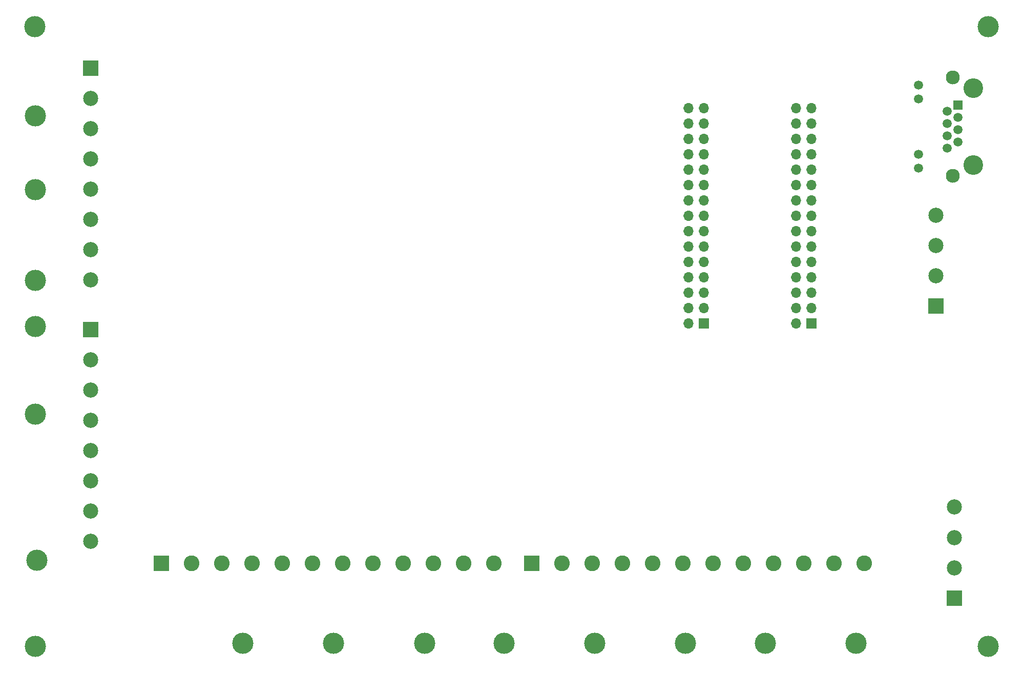
<source format=gbr>
%TF.GenerationSoftware,KiCad,Pcbnew,7.0.9*%
%TF.CreationDate,2024-04-09T00:12:48-04:00*%
%TF.ProjectId,RDL_revE4,52444c5f-7265-4764-9534-2e6b69636164,Rev E4*%
%TF.SameCoordinates,Original*%
%TF.FileFunction,Soldermask,Bot*%
%TF.FilePolarity,Negative*%
%FSLAX46Y46*%
G04 Gerber Fmt 4.6, Leading zero omitted, Abs format (unit mm)*
G04 Created by KiCad (PCBNEW 7.0.9) date 2024-04-09 00:12:48*
%MOMM*%
%LPD*%
G01*
G04 APERTURE LIST*
%ADD10C,3.250000*%
%ADD11R,1.500000X1.500000*%
%ADD12C,1.500000*%
%ADD13C,2.300000*%
%ADD14C,3.500000*%
%ADD15R,2.500000X2.500000*%
%ADD16C,2.500000*%
%ADD17R,1.700000X1.700000*%
%ADD18O,1.700000X1.700000*%
%ADD19R,2.600000X2.600000*%
%ADD20C,2.600000*%
G04 APERTURE END LIST*
D10*
%TO.C,J7*%
X228221000Y-71374000D03*
X228221000Y-58674000D03*
D11*
X225681000Y-61464000D03*
D12*
X223901000Y-62480000D03*
X225681000Y-63496000D03*
X223901000Y-64512000D03*
X225681000Y-65528000D03*
X223901000Y-66544000D03*
X225681000Y-67560000D03*
X223901000Y-68576000D03*
X219081000Y-58164000D03*
X219081000Y-60454000D03*
X219081000Y-69594000D03*
X219081000Y-71884000D03*
D13*
X224791000Y-56894000D03*
X224791000Y-73154000D03*
%TD*%
D14*
%TO.C,H7*%
X73152000Y-150876000D03*
%TD*%
%TO.C,REF3*%
X230632000Y-150876000D03*
%TD*%
%TO.C,REF14*%
X73152000Y-112522000D03*
%TD*%
D15*
%TO.C,J3*%
X221996000Y-94662000D03*
D16*
X221996000Y-89662000D03*
X221996000Y-84662000D03*
X221996000Y-79662000D03*
%TD*%
D14*
%TO.C,REF16*%
X73152000Y-90424000D03*
%TD*%
D17*
%TO.C,J4*%
X201427000Y-97531000D03*
D18*
X201427000Y-94991000D03*
X201427000Y-92451000D03*
X201427000Y-89911000D03*
X201427000Y-87371000D03*
X201427000Y-84831000D03*
X201427000Y-82291000D03*
X201427000Y-79751000D03*
X201427000Y-77211000D03*
X201427000Y-74671000D03*
X201427000Y-72131000D03*
X201427000Y-69591000D03*
X201427000Y-67051000D03*
X201427000Y-64511000D03*
X201427000Y-61971000D03*
X198887000Y-97531000D03*
X198887000Y-94991000D03*
X198887000Y-92451000D03*
X198887000Y-89911000D03*
X198887000Y-87371000D03*
X198887000Y-84831000D03*
X198887000Y-82291000D03*
X198887000Y-79751000D03*
X198887000Y-77211000D03*
X198887000Y-74671000D03*
X198887000Y-72131000D03*
X198887000Y-69591000D03*
X198887000Y-67051000D03*
X198887000Y-64511000D03*
X198887000Y-61971000D03*
%TD*%
D19*
%TO.C,J8*%
X93952000Y-137160000D03*
D20*
X98952000Y-137160000D03*
X103952000Y-137160000D03*
X108952000Y-137160000D03*
X113952000Y-137160000D03*
X118952000Y-137160000D03*
X123952000Y-137160000D03*
X128952000Y-137160000D03*
X133952000Y-137160000D03*
X138952000Y-137160000D03*
X143952000Y-137160000D03*
X148952000Y-137160000D03*
%TD*%
D15*
%TO.C,J1*%
X82296000Y-55372000D03*
D16*
X82296000Y-60372000D03*
X82296000Y-65372000D03*
X82296000Y-70372000D03*
X82296000Y-75372000D03*
X82296000Y-80372000D03*
X82296000Y-85372000D03*
X82296000Y-90372000D03*
%TD*%
D14*
%TO.C,REF17*%
X73152000Y-75438000D03*
%TD*%
%TO.C,REF18*%
X73152000Y-63246000D03*
%TD*%
%TO.C,REF15*%
X73152000Y-98044000D03*
%TD*%
%TO.C,REF6*%
X180622000Y-150368000D03*
%TD*%
%TO.C,REF5*%
X193802000Y-150368000D03*
%TD*%
%TO.C,REF7*%
X165622000Y-150368000D03*
%TD*%
%TO.C,REF8*%
X150622000Y-150368000D03*
%TD*%
D19*
%TO.C,J9*%
X155180000Y-137160000D03*
D20*
X160180000Y-137160000D03*
X165180000Y-137160000D03*
X170180000Y-137160000D03*
X175180000Y-137160000D03*
X180180000Y-137160000D03*
X185180000Y-137160000D03*
X190180000Y-137160000D03*
X195180000Y-137160000D03*
X200180000Y-137160000D03*
X205180000Y-137160000D03*
X210180000Y-137160000D03*
%TD*%
D14*
%TO.C,REF11*%
X107470000Y-150368000D03*
%TD*%
%TO.C,REF4*%
X208802000Y-150368000D03*
%TD*%
%TO.C,REF13*%
X73406000Y-136652000D03*
%TD*%
%TO.C,REF10*%
X122470000Y-150368000D03*
%TD*%
D17*
%TO.C,J6*%
X183652000Y-97526000D03*
D18*
X183652000Y-94986000D03*
X183652000Y-92446000D03*
X183652000Y-89906000D03*
X183652000Y-87366000D03*
X183652000Y-84826000D03*
X183652000Y-82286000D03*
X183652000Y-79746000D03*
X183652000Y-77206000D03*
X183652000Y-74666000D03*
X183652000Y-72126000D03*
X183652000Y-69586000D03*
X183652000Y-67046000D03*
X183652000Y-64506000D03*
X183652000Y-61966000D03*
X181112000Y-97526000D03*
X181112000Y-94986000D03*
X181112000Y-92446000D03*
X181112000Y-89906000D03*
X181112000Y-87366000D03*
X181112000Y-84826000D03*
X181112000Y-82286000D03*
X181112000Y-79746000D03*
X181112000Y-77206000D03*
X181112000Y-74666000D03*
X181112000Y-72126000D03*
X181112000Y-69586000D03*
X181112000Y-67046000D03*
X181112000Y-64506000D03*
X181112000Y-61966000D03*
%TD*%
D15*
%TO.C,J5*%
X225044000Y-142882000D03*
D16*
X225044000Y-137882000D03*
X225044000Y-132882000D03*
X225044000Y-127882000D03*
%TD*%
D14*
%TO.C,H51*%
X73092000Y-48514000D03*
%TD*%
%TO.C,H6*%
X230632000Y-48514000D03*
%TD*%
D15*
%TO.C,J2*%
X82296000Y-98552000D03*
D16*
X82296000Y-103552000D03*
X82296000Y-108552000D03*
X82296000Y-113552000D03*
X82296000Y-118552000D03*
X82296000Y-123552000D03*
X82296000Y-128552000D03*
X82296000Y-133552000D03*
%TD*%
D14*
%TO.C,REF9*%
X137470000Y-150368000D03*
%TD*%
M02*

</source>
